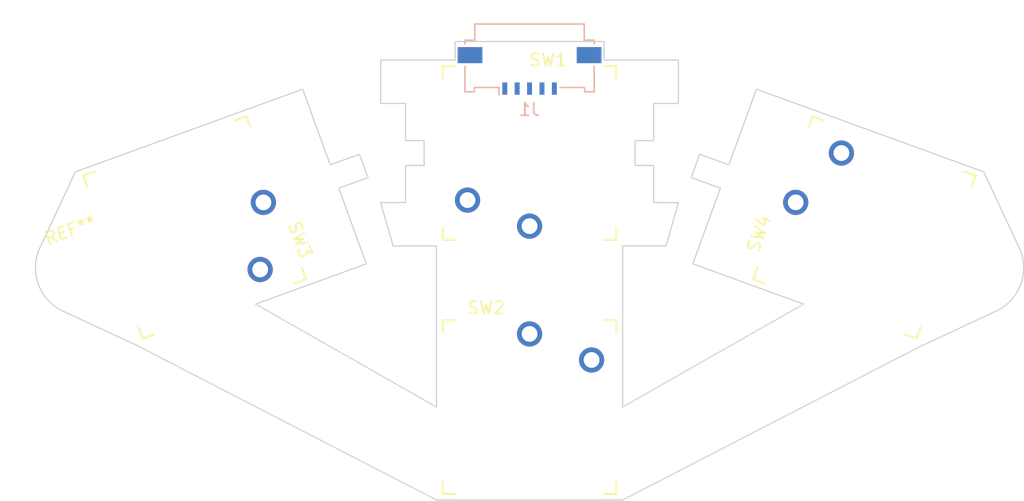
<source format=kicad_pcb>
(kicad_pcb (version 20221018) (generator pcbnew)
  (layers (0 "F.Cu" signal) (31 "B.Cu" signal) (34 "B.Paste" user) (35 "F.Paste" user) (36 "B.SilkS" user "B.Silkscreen") (37 "F.SilkS" user "F.Silkscreen") (38 "B.Mask" user) (39 "F.Mask" user) (44 "Edge.Cuts" user))
  (net 0 "")
  (net 1 "ROW_A")
  (net 2 "ROW_B")
  (net 3 "ROW_C")
  (net 4 "ROW_D")
  (net 5 "COL")
  (footprint "keyswitches:SW_PG1350" (layer "F.Cu") (at 177 86 -110)
    (fp_text reference "SW4" (at 3.377018 7.816377 70) (layer "F.SilkS"))
    (fp_text value "SW_Push")
    (fp_line (start -7 -6) (end -7 -7) (stroke (width 0.15)) (layer "F.SilkS"))
    (fp_line (start -7 7) (end -7 6) (stroke (width 0.15)) (layer "F.SilkS"))
    (fp_line (start -7 7) (end -6 7) (stroke (width 0.15)) (layer "F.SilkS"))
    (fp_line (start -6 -7) (end -7 -7) (stroke (width 0.15)) (layer "F.SilkS"))
    (fp_line (start 6 7) (end 7 7) (stroke (width 0.15)) (layer "F.SilkS"))
    (fp_line (start 7 -7) (end 6 -7) (stroke (width 0.15)) (layer "F.SilkS"))
    (fp_line (start 7 -7) (end 7 -6) (stroke (width 0.15)) (layer "F.SilkS"))
    (fp_line (start 7 6) (end 7 7) (stroke (width 0.15)) (layer "F.SilkS"))
    (pad "" np_thru_hole circle (at -5.5 0 250) (size 1.7018 1.7018) (drill 1.7018) (layers "*.Cu" "*.Mask"))
    (pad "" np_thru_hole circle (at 0 0 250) (size 3.429 3.429) (drill 3.429) (layers "*.Cu" "*.Mask"))
    (pad "" np_thru_hole circle (at 5.5 0 250) (size 1.7018 1.7018) (drill 1.7018) (layers "*.Cu" "*.Mask"))
    (pad "1" thru_hole circle (at 0 5.9 250) (size 2.032 2.032) (drill 1.27) (layers "*.Cu" "*.Mask") (net 4 "ROW_D"))
    (pad "2" thru_hole circle (at -5 3.8 250) (size 2.032 2.032) (drill 1.27) (layers "*.Cu" "*.Mask") (net 5 "COL"))
  )
  (footprint "MountingHole:MountingHole_2.1mm" (layer "F.Cu") (at 114.072919 89.249191 20)
    (fp_text reference "REF**" (at 0 -3.2 20) (layer "F.SilkS"))
    (fp_text value "MountingHole_2.1mm")
    (pad "" np_thru_hole circle (at 0 0 20) (size 2.1 2.1) (drill 2.1) (layers "*.Cu" "*.Mask"))
  )
  (footprint "keyswitches:SW_PG1350" (layer "F.Cu") (at 150 80)
    (fp_text reference "SW1" (at 1.5 -7.5) (layer "F.SilkS"))
    (fp_text value "SW_Push")
    (fp_line (start -7 -6) (end -7 -7) (stroke (width 0.15)) (layer "F.SilkS"))
    (fp_line (start -7 7) (end -7 6) (stroke (width 0.15)) (layer "F.SilkS"))
    (fp_line (start -7 7) (end -6 7) (stroke (width 0.15)) (layer "F.SilkS"))
    (fp_line (start -6 -7) (end -7 -7) (stroke (width 0.15)) (layer "F.SilkS"))
    (fp_line (start 6 7) (end 7 7) (stroke (width 0.15)) (layer "F.SilkS"))
    (fp_line (start 7 -7) (end 6 -7) (stroke (width 0.15)) (layer "F.SilkS"))
    (fp_line (start 7 -7) (end 7 -6) (stroke (width 0.15)) (layer "F.SilkS"))
    (fp_line (start 7 6) (end 7 7) (stroke (width 0.15)) (layer "F.SilkS"))
    (pad "" np_thru_hole circle (at -5.5 0) (size 1.7018 1.7018) (drill 1.7018) (layers "*.Cu" "*.Mask"))
    (pad "" np_thru_hole circle (at 0 0) (size 3.429 3.429) (drill 3.429) (layers "*.Cu" "*.Mask"))
    (pad "" np_thru_hole circle (at 5.5 0) (size 1.7018 1.7018) (drill 1.7018) (layers "*.Cu" "*.Mask"))
    (pad "1" thru_hole circle (at 0 5.9) (size 2.032 2.032) (drill 1.27) (layers "*.Cu" "*.Mask") (net 1 "ROW_A"))
    (pad "2" thru_hole circle (at -5 3.8) (size 2.032 2.032) (drill 1.27) (layers "*.Cu" "*.Mask") (net 5 "COL"))
  )
  (footprint "keyswitches:SW_PG1350" (layer "F.Cu") (at 123 86 110)
    (fp_text reference "SW3" (at -3.846864 7.645367 110) (layer "F.SilkS"))
    (fp_text value "SW_Push")
    (fp_line (start -7 -6) (end -7 -7) (stroke (width 0.15)) (layer "F.SilkS"))
    (fp_line (start -7 7) (end -7 6) (stroke (width 0.15)) (layer "F.SilkS"))
    (fp_line (start -7 7) (end -6 7) (stroke (width 0.15)) (layer "F.SilkS"))
    (fp_line (start -6 -7) (end -7 -7) (stroke (width 0.15)) (layer "F.SilkS"))
    (fp_line (start 6 7) (end 7 7) (stroke (width 0.15)) (layer "F.SilkS"))
    (fp_line (start 7 -7) (end 6 -7) (stroke (width 0.15)) (layer "F.SilkS"))
    (fp_line (start 7 -7) (end 7 -6) (stroke (width 0.15)) (layer "F.SilkS"))
    (fp_line (start 7 6) (end 7 7) (stroke (width 0.15)) (layer "F.SilkS"))
    (pad "" np_thru_hole circle (at -5.5 0 110) (size 1.7018 1.7018) (drill 1.7018) (layers "*.Cu" "*.Mask"))
    (pad "" np_thru_hole circle (at 0 0 110) (size 3.429 3.429) (drill 3.429) (layers "*.Cu" "*.Mask"))
    (pad "" np_thru_hole circle (at 5.5 0 110) (size 1.7018 1.7018) (drill 1.7018) (layers "*.Cu" "*.Mask"))
    (pad "1" thru_hole circle (at 0 5.9 110) (size 2.032 2.032) (drill 1.27) (layers "*.Cu" "*.Mask") (net 3 "ROW_C"))
    (pad "2" thru_hole circle (at -5 3.8 110) (size 2.032 2.032) (drill 1.27) (layers "*.Cu" "*.Mask") (net 5 "COL"))
  )
  (footprint "keyswitches:SW_PG1350" (layer "F.Cu") (at 150 100.5 180)
    (fp_text reference "SW2" (at 3.5 8) (layer "F.SilkS"))
    (fp_text value "SW_Push")
    (fp_line (start -7 -6) (end -7 -7) (stroke (width 0.15)) (layer "F.SilkS"))
    (fp_line (start -7 7) (end -7 6) (stroke (width 0.15)) (layer "F.SilkS"))
    (fp_line (start -7 7) (end -6 7) (stroke (width 0.15)) (layer "F.SilkS"))
    (fp_line (start -6 -7) (end -7 -7) (stroke (width 0.15)) (layer "F.SilkS"))
    (fp_line (start 6 7) (end 7 7) (stroke (width 0.15)) (layer "F.SilkS"))
    (fp_line (start 7 -7) (end 6 -7) (stroke (width 0.15)) (layer "F.SilkS"))
    (fp_line (start 7 -7) (end 7 -6) (stroke (width 0.15)) (layer "F.SilkS"))
    (fp_line (start 7 6) (end 7 7) (stroke (width 0.15)) (layer "F.SilkS"))
    (pad "" np_thru_hole circle (at -5.5 0 180) (size 1.7018 1.7018) (drill 1.7018) (layers "*.Cu" "*.Mask"))
    (pad "" np_thru_hole circle (at 0 0 180) (size 3.429 3.429) (drill 3.429) (layers "*.Cu" "*.Mask"))
    (pad "" np_thru_hole circle (at 5.5 0 180) (size 1.7018 1.7018) (drill 1.7018) (layers "*.Cu" "*.Mask"))
    (pad "1" thru_hole circle (at 0 5.9 180) (size 2.032 2.032) (drill 1.27) (layers "*.Cu" "*.Mask") (net 2 "ROW_B"))
    (pad "2" thru_hole circle (at -5 3.8 180) (size 2.032 2.032) (drill 1.27) (layers "*.Cu" "*.Mask") (net 5 "COL"))
  )
  (footprint "Connector_FFC-FPC:Molex_200528-0050_1x05-1MP_P1.00mm_Horizontal" (layer "B.Cu") (at 150 73.89)
    (fp_text reference "J1" (at 0 2.61) (layer "B.SilkS") (effects (justify mirror)))
    (fp_text value "Conn_01x05_MountingPin")
    (fp_line (start -5.21 -3) (end -4.41 -3) (stroke (width 0.12)) (layer "B.SilkS"))
    (fp_line (start -5.21 -2.7) (end -5.21 -3) (stroke (width 0.12)) (layer "B.SilkS"))
    (fp_line (start -5.21 1.17) (end -5.21 -0.88) (stroke (width 0.12)) (layer "B.SilkS"))
    (fp_line (start -4.44 0.82) (end -4.44 1.17) (stroke (width 0.12)) (layer "B.SilkS"))
    (fp_line (start -4.44 1.17) (end -5.21 1.17) (stroke (width 0.12)) (layer "B.SilkS"))
    (fp_line (start -4.41 -4.3) (end 4.41 -4.3) (stroke (width 0.12)) (layer "B.SilkS"))
    (fp_line (start -4.41 -3) (end -4.41 -4.3) (stroke (width 0.12)) (layer "B.SilkS"))
    (fp_line (start -2.46 0.82) (end -4.44 0.82) (stroke (width 0.12)) (layer "B.SilkS"))
    (fp_line (start -2.46 1.41) (end -2.46 0.82) (stroke (width 0.12)) (layer "B.SilkS"))
    (fp_line (start 4.41 -4.3) (end 4.41 -3) (stroke (width 0.12)) (layer "B.SilkS"))
    (fp_line (start 4.41 -3) (end 5.21 -3) (stroke (width 0.12)) (layer "B.SilkS"))
    (fp_line (start 4.44 0.82) (end 2.46 0.82) (stroke (width 0.12)) (layer "B.SilkS"))
    (fp_line (start 4.44 1.17) (end 4.44 0.82) (stroke (width 0.12)) (layer "B.SilkS"))
    (fp_line (start 5.21 -3) (end 5.21 -2.7) (stroke (width 0.12)) (layer "B.SilkS"))
    (fp_line (start 5.21 -0.88) (end 5.21 1.17) (stroke (width 0.12)) (layer "B.SilkS"))
    (fp_line (start 5.21 1.17) (end 4.44 1.17) (stroke (width 0.12)) (layer "B.SilkS"))
    (pad "1" smd rect (at -2 0.91) (size 0.4 1) (layers "B.Cu" "B.Paste" "B.Mask") (net 1 "ROW_A"))
    (pad "2" smd rect (at -1 0.91) (size 0.4 1) (layers "B.Cu" "B.Paste" "B.Mask") (net 2 "ROW_B"))
    (pad "3" smd rect (at 0 0.91) (size 0.4 1) (layers "B.Cu" "B.Paste" "B.Mask") (net 3 "ROW_C"))
    (pad "4" smd rect (at 1 0.91) (size 0.4 1) (layers "B.Cu" "B.Paste" "B.Mask") (net 4 "ROW_D"))
    (pad "5" smd rect (at 2 0.91) (size 0.4 1) (layers "B.Cu" "B.Paste" "B.Mask") (net 5 "COL"))
    (pad "MP" smd rect (at -4.8 -1.79) (size 2 1.3) (layers "B.Cu" "B.Paste" "B.Mask"))
    (pad "MP" smd rect (at 4.8 -1.79) (size 2 1.3) (layers "B.Cu" "B.Paste" "B.Mask"))
  )
  (gr_line (start 157.5 87.5) (end 161 87.5) (stroke (width 0.1)) (layer "Edge.Cuts"))
  (gr_line (start 127.914384 92.192644) (end 142.5 100.5) (stroke (width 0.1)) (layer "Edge.Cuts"))
  (gr_line (start 138 76) (end 140 76) (stroke (width 0.1)) (layer "Edge.Cuts"))
  (gr_line (start 112.108892 92.624481) (end 118.517456 95.612844) (stroke (width 0.1)) (layer "Edge.Cuts"))
  (gr_line (start 142.5 108) (end 118.517456 95.612844) (stroke (width 0.1)) (layer "Edge.Cuts"))
  (gr_line (start 162 84) (end 160 84) (stroke (width 0.1)) (layer "Edge.Cuts"))
  (gr_line (start 156 71) (end 156 72.5) (stroke (width 0.1)) (layer "Edge.Cuts"))
  (gr_line (start 136.283523 80.101015) (end 136.967563 81.980401) (stroke (width 0.1)) (layer "Edge.Cuts"))
  (gr_line (start 160 81) (end 158.5 81) (stroke (width 0.1)) (layer "Edge.Cuts"))
  (gr_line (start 161 87.5) (end 162 84) (stroke (width 0.1)) (layer "Edge.Cuts"))
  (gr_line (start 141.5 79) (end 140 79) (stroke (width 0.1)) (layer "Edge.Cuts"))
  (gr_line (start 165.381668 82.835451) (end 163.032437 81.980401) (stroke (width 0.1)) (layer "Edge.Cuts"))
  (gr_line (start 133.934291 80.956066) (end 131.711159 74.848063) (stroke (width 0.1)) (layer "Edge.Cuts"))
  (gr_line (start 160 79) (end 160 76) (stroke (width 0.1)) (layer "Edge.Cuts"))
  (gr_line (start 166.065709 80.956066) (end 163.716477 80.101015) (stroke (width 0.1)) (layer "Edge.Cuts"))
  (gr_line (start 138 76) (end 138 72.5) (stroke (width 0.1)) (layer "Edge.Cuts"))
  (gr_line (start 181.482544 95.612844) (end 187.891108 92.624481) (stroke (width 0.1)) (layer "Edge.Cuts"))
  (gr_line (start 181.482544 95.612844) (end 157.5 108) (stroke (width 0.1)) (layer "Edge.Cuts"))
  (gr_line (start 162 72.5) (end 162 76) (stroke (width 0.1)) (layer "Edge.Cuts"))
  (gr_line (start 158.5 81) (end 158.5 79) (stroke (width 0.1)) (layer "Edge.Cuts"))
  (gr_line (start 140 81) (end 140 84) (stroke (width 0.1)) (layer "Edge.Cuts"))
  (gr_line (start 160 76) (end 162 76) (stroke (width 0.1)) (layer "Edge.Cuts"))
  (gr_line (start 140 84) (end 138 84) (stroke (width 0.1)) (layer "Edge.Cuts"))
  (gr_line (start 139 87.5) (end 142.5 87.5) (stroke (width 0.1)) (layer "Edge.Cuts"))
  (gr_line (start 168.288841 74.848063) (end 166.065709 80.956066) (stroke (width 0.1)) (layer "Edge.Cuts"))
  (gr_line (start 160 79) (end 158.5 79) (stroke (width 0.1)) (layer "Edge.Cuts"))
  (gr_line (start 142.5 100.5) (end 142.5 87.5) (stroke (width 0.1)) (layer "Edge.Cuts"))
  (gr_line (start 141.5 79) (end 141.5 81) (stroke (width 0.1)) (layer "Edge.Cuts"))
  (gr_line (start 141.5 81) (end 140 81) (stroke (width 0.1)) (layer "Edge.Cuts"))
  (gr_arc (start 112.108892 92.624481) (mid 110.403304 90.584821) (end 110.398794 87.92602) (stroke (width 0.1)) (layer "Edge.Cuts"))
  (gr_line (start 142.5 108) (end 157.5 108) (stroke (width 0.1)) (layer "Edge.Cuts"))
  (gr_line (start 163.032437 81.980401) (end 163.716477 80.101015) (stroke (width 0.1)) (layer "Edge.Cuts"))
  (gr_line (start 144 71) (end 156 71) (stroke (width 0.1)) (layer "Edge.Cuts"))
  (gr_line (start 136.283523 80.101015) (end 133.934291 80.956066) (stroke (width 0.1)) (layer "Edge.Cuts"))
  (gr_arc (start 189.601206 87.92602) (mid 189.596696 90.584821) (end 187.891108 92.624481) (stroke (width 0.1)) (layer "Edge.Cuts"))
  (gr_line (start 168.288841 74.848063) (end 186.612845 81.517456) (stroke (width 0.1)) (layer "Edge.Cuts"))
  (gr_line (start 189.601206 87.92602) (end 186.612845 81.517456) (stroke (width 0.1)) (layer "Edge.Cuts"))
  (gr_line (start 136.967563 81.980401) (end 134.618332 82.835451) (stroke (width 0.1)) (layer "Edge.Cuts"))
  (gr_line (start 163.158538 88.943451) (end 165.381668 82.835451) (stroke (width 0.1)) (layer "Edge.Cuts"))
  (gr_line (start 160 84) (end 160 81) (stroke (width 0.1)) (layer "Edge.Cuts"))
  (gr_line (start 172.085616 92.192644) (end 163.158538 88.943451) (stroke (width 0.1)) (layer "Edge.Cuts"))
  (gr_line (start 138 72.5) (end 144 72.5) (stroke (width 0.1)) (layer "Edge.Cuts"))
  (gr_line (start 136.841462 88.943451) (end 127.914384 92.192644) (stroke (width 0.1)) (layer "Edge.Cuts"))
  (gr_line (start 157.5 100.5) (end 157.5 87.5) (stroke (width 0.1)) (layer "Edge.Cuts"))
  (gr_line (start 157.5 100.5) (end 172.085616 92.192644) (stroke (width 0.1)) (layer "Edge.Cuts"))
  (gr_line (start 140 76) (end 140 79) (stroke (width 0.1)) (layer "Edge.Cuts"))
  (gr_line (start 138 84) (end 139 87.5) (stroke (width 0.1)) (layer "Edge.Cuts"))
  (gr_line (start 113.387155 81.517456) (end 110.398794 87.92602) (stroke (width 0.1)) (layer "Edge.Cuts"))
  (gr_line (start 156 72.5) (end 162 72.5) (stroke (width 0.1)) (layer "Edge.Cuts"))
  (gr_line (start 134.618332 82.835451) (end 136.841462 88.943451) (stroke (width 0.1)) (layer "Edge.Cuts"))
  (gr_line (start 144 72.5) (end 144 71) (stroke (width 0.1)) (layer "Edge.Cuts"))
  (gr_line (start 113.387155 81.517456) (end 131.711159 74.848063) (stroke (width 0.1)) (layer "Edge.Cuts"))
)
</source>
